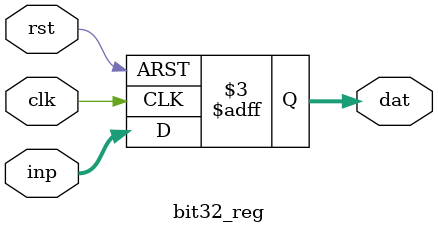
<source format=v>
module bit32_reg (dat, clk, rst, inp) ;
	input rst, clk ;
	input[31:0] inp ;
	output[31:0] dat ;
	reg[31:0] dat ;
	
	always @(posedge clk or negedge rst)
	begin
		if (!rst)
			dat <= 0 ;
		else
			dat <= inp ;
	end
			
endmodule
	
</source>
